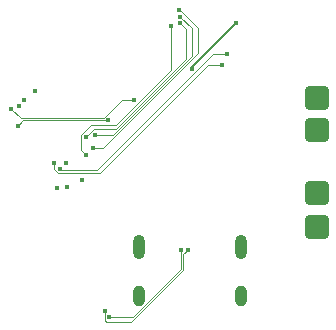
<source format=gbr>
%TF.GenerationSoftware,KiCad,Pcbnew,8.0.3-8.0.3-0~ubuntu24.04.1*%
%TF.CreationDate,2024-07-12T17:05:17+02:00*%
%TF.ProjectId,erace-rx-v2,65726163-652d-4727-982d-76322e6b6963,rev?*%
%TF.SameCoordinates,Original*%
%TF.FileFunction,Copper,L4,Bot*%
%TF.FilePolarity,Positive*%
%FSLAX46Y46*%
G04 Gerber Fmt 4.6, Leading zero omitted, Abs format (unit mm)*
G04 Created by KiCad (PCBNEW 8.0.3-8.0.3-0~ubuntu24.04.1) date 2024-07-12 17:05:17*
%MOMM*%
%LPD*%
G01*
G04 APERTURE LIST*
G04 Aperture macros list*
%AMRoundRect*
0 Rectangle with rounded corners*
0 $1 Rounding radius*
0 $2 $3 $4 $5 $6 $7 $8 $9 X,Y pos of 4 corners*
0 Add a 4 corners polygon primitive as box body*
4,1,4,$2,$3,$4,$5,$6,$7,$8,$9,$2,$3,0*
0 Add four circle primitives for the rounded corners*
1,1,$1+$1,$2,$3*
1,1,$1+$1,$4,$5*
1,1,$1+$1,$6,$7*
1,1,$1+$1,$8,$9*
0 Add four rect primitives between the rounded corners*
20,1,$1+$1,$2,$3,$4,$5,0*
20,1,$1+$1,$4,$5,$6,$7,0*
20,1,$1+$1,$6,$7,$8,$9,0*
20,1,$1+$1,$8,$9,$2,$3,0*%
G04 Aperture macros list end*
%TA.AperFunction,ComponentPad*%
%ADD10O,1.000000X2.100000*%
%TD*%
%TA.AperFunction,ComponentPad*%
%ADD11O,1.000000X1.800000*%
%TD*%
%TA.AperFunction,SMDPad,CuDef*%
%ADD12RoundRect,0.300000X0.700000X0.700000X-0.700000X0.700000X-0.700000X-0.700000X0.700000X-0.700000X0*%
%TD*%
%TA.AperFunction,ViaPad*%
%ADD13C,0.450000*%
%TD*%
%TA.AperFunction,Conductor*%
%ADD14C,0.200000*%
%TD*%
%TA.AperFunction,Conductor*%
%ADD15C,0.090000*%
%TD*%
G04 APERTURE END LIST*
D10*
%TO.P,J2,S1,SHIELD*%
%TO.N,GND*%
X60450000Y-70040000D03*
D11*
X60450000Y-74190000D03*
D10*
X69090000Y-70040000D03*
D11*
X69090000Y-74190000D03*
%TD*%
D12*
%TO.P,P4,1*%
%TO.N,Net-(P4-Pad1)*%
X75500000Y-65500000D03*
%TD*%
%TO.P,P2,1*%
%TO.N,Net-(Q2-D)*%
X75500000Y-68400000D03*
%TD*%
%TO.P,P1,1*%
%TO.N,Net-(Q1-D)*%
X75500000Y-57500000D03*
%TD*%
%TO.P,P3,1*%
%TO.N,Net-(P3-Pad1)*%
X75500000Y-60170000D03*
%TD*%
D13*
%TO.N,/SS*%
X63200000Y-51350000D03*
X55950000Y-62250000D03*
%TO.N,/MISO*%
X56550000Y-61700000D03*
X63889806Y-50003154D03*
%TO.N,/SCK*%
X63950000Y-51150000D03*
X55950000Y-60750000D03*
%TO.N,/MOSI*%
X63950000Y-50574997D03*
X56700000Y-60600000D03*
%TO.N,/IO1*%
X53800000Y-63450000D03*
%TO.N,Net-(C7-Pad1)*%
X60050000Y-57650000D03*
X49600000Y-58365000D03*
%TO.N,Net-(U1-XTAL_N)*%
X57850000Y-59350000D03*
X50200000Y-59800000D03*
%TO.N,+3V3*%
X53485000Y-65100000D03*
X54400000Y-65000000D03*
X55625000Y-64400000D03*
%TO.N,Net-(RF1-DCC_FB)*%
X68700000Y-51120000D03*
X64950000Y-55000000D03*
%TO.N,/IO2*%
X54250000Y-62950000D03*
X51690000Y-56900000D03*
%TO.N,/IO0*%
X67500000Y-54700000D03*
X53250000Y-62950000D03*
%TO.N,/IO1*%
X67900000Y-53750000D03*
%TO.N,/USBD-*%
X57950000Y-76000000D03*
X50760830Y-57629719D03*
X64000000Y-70300000D03*
%TO.N,/USBD+*%
X50265854Y-58124695D03*
X64575003Y-70300000D03*
X57567763Y-75499031D03*
%TD*%
D14*
%TO.N,Net-(RF1-DCC_FB)*%
X68700000Y-51120000D02*
X64950000Y-54870000D01*
X64950000Y-54870000D02*
X64950000Y-55000000D01*
D15*
%TO.N,/IO0*%
X53636385Y-63845000D02*
X53250000Y-63458615D01*
X67500000Y-54700000D02*
X66300000Y-54700000D01*
X66300000Y-54700000D02*
X57155000Y-63845000D01*
X57155000Y-63845000D02*
X53636385Y-63845000D01*
X53250000Y-63458615D02*
X53250000Y-62950000D01*
%TO.N,/SS*%
X58508615Y-59750000D02*
X56391385Y-59750000D01*
X63200000Y-51350000D02*
X63200000Y-55058615D01*
X63200000Y-55058615D02*
X58508615Y-59750000D01*
X56391385Y-59750000D02*
X55555000Y-60586385D01*
X55555000Y-61855000D02*
X55950000Y-62250000D01*
X55555000Y-60586385D02*
X55555000Y-61855000D01*
%TO.N,/MISO*%
X56550000Y-61700000D02*
X57400000Y-61700000D01*
X57400000Y-61700000D02*
X65450000Y-53650000D01*
X65450000Y-53650000D02*
X65450000Y-51516382D01*
X65450000Y-51516382D02*
X63936772Y-50003154D01*
X63936772Y-50003154D02*
X63889806Y-50003154D01*
%TO.N,/MOSI*%
X63950000Y-50574997D02*
X64950000Y-51574997D01*
X64950000Y-51574997D02*
X64950000Y-53895442D01*
X64950000Y-53895442D02*
X58245442Y-60600000D01*
X58245442Y-60600000D02*
X56700000Y-60600000D01*
%TO.N,/SCK*%
X63950000Y-51150000D02*
X64450000Y-51650000D01*
X64450000Y-51650000D02*
X64450000Y-54140884D01*
X64450000Y-54140884D02*
X58540884Y-60050000D01*
X58540884Y-60050000D02*
X56650000Y-60050000D01*
X56650000Y-60050000D02*
X55950000Y-60750000D01*
%TO.N,/IO1*%
X53950000Y-63600000D02*
X56908615Y-63600000D01*
X53800000Y-63450000D02*
X53950000Y-63600000D01*
X56908615Y-63600000D02*
X66758615Y-53750000D01*
X66758615Y-53750000D02*
X67900000Y-53750000D01*
%TO.N,Net-(C7-Pad1)*%
X58991385Y-57650000D02*
X60050000Y-57650000D01*
X49665000Y-58365000D02*
X50470000Y-59170000D01*
X57471385Y-59170000D02*
X58991385Y-57650000D01*
X49600000Y-58365000D02*
X49665000Y-58365000D01*
X50470000Y-59170000D02*
X57471385Y-59170000D01*
%TO.N,Net-(U1-XTAL_N)*%
X50200000Y-59800000D02*
X50650000Y-59350000D01*
X50650000Y-59350000D02*
X57850000Y-59350000D01*
%TO.N,/USBD-*%
X57950000Y-76000000D02*
X59938026Y-76000000D01*
X59938026Y-76000000D02*
X64000000Y-71938026D01*
X64000000Y-71938026D02*
X64000000Y-70300000D01*
%TO.N,/USBD+*%
X64180000Y-72012584D02*
X64180000Y-70695003D01*
X57567763Y-75499031D02*
X57550000Y-75516794D01*
X64180000Y-70695003D02*
X64575003Y-70300000D01*
X57550000Y-75516794D02*
X57550000Y-76258615D01*
X57550000Y-76258615D02*
X57686385Y-76395000D01*
X57686385Y-76395000D02*
X59797584Y-76395000D01*
X59797584Y-76395000D02*
X64180000Y-72012584D01*
%TD*%
M02*

</source>
